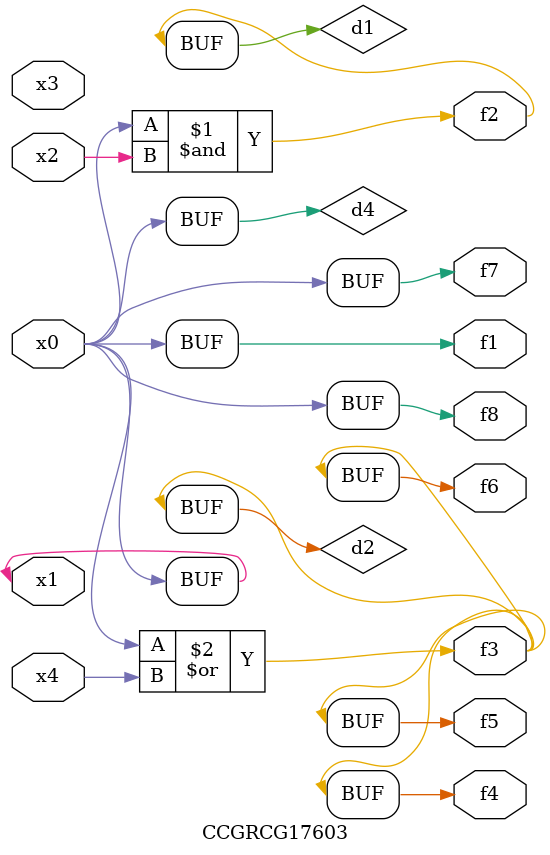
<source format=v>
module CCGRCG17603(
	input x0, x1, x2, x3, x4,
	output f1, f2, f3, f4, f5, f6, f7, f8
);

	wire d1, d2, d3, d4;

	and (d1, x0, x2);
	or (d2, x0, x4);
	nand (d3, x0, x2);
	buf (d4, x0, x1);
	assign f1 = d4;
	assign f2 = d1;
	assign f3 = d2;
	assign f4 = d2;
	assign f5 = d2;
	assign f6 = d2;
	assign f7 = d4;
	assign f8 = d4;
endmodule

</source>
